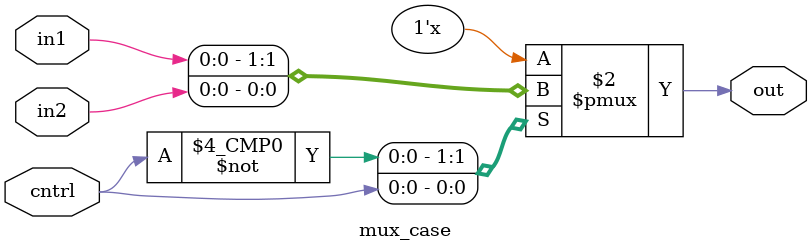
<source format=v>
module mux_case(out,cntrl,in1,in2);
input cntrl,in1,in2;
output out;
reg out;
 
always @ *
case (cntrl)
1'b0: 
out = in1;
1'b1 :
out = in2;
endcase
endmodule

</source>
